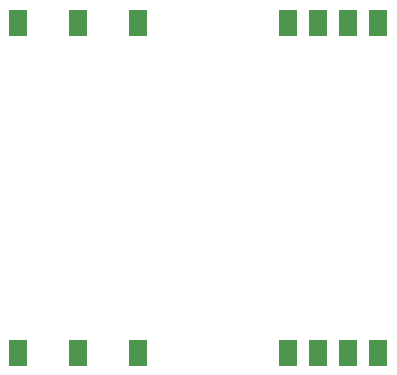
<source format=gbr>
G04 EAGLE Gerber X2 export*
%TF.Part,Single*%
%TF.FileFunction,Paste,Bot*%
%TF.FilePolarity,Positive*%
%TF.GenerationSoftware,Autodesk,EAGLE,9.4.1*%
%TF.CreationDate,2019-06-30T19:23:07Z*%
G75*
%MOMM*%
%FSLAX34Y34*%
%LPD*%
%INSolderpaste Bottom*%
%AMOC8*
5,1,8,0,0,1.08239X$1,22.5*%
G01*
%ADD10R,1.524000X2.286000*%


D10*
X365100Y35300D03*
X339700Y35300D03*
X314300Y35300D03*
X288900Y35300D03*
X365100Y314700D03*
X339700Y314700D03*
X314300Y314700D03*
X288900Y314700D03*
X161900Y314700D03*
X111100Y314700D03*
X60300Y314700D03*
X161900Y35300D03*
X111100Y35300D03*
X60300Y35300D03*
M02*

</source>
